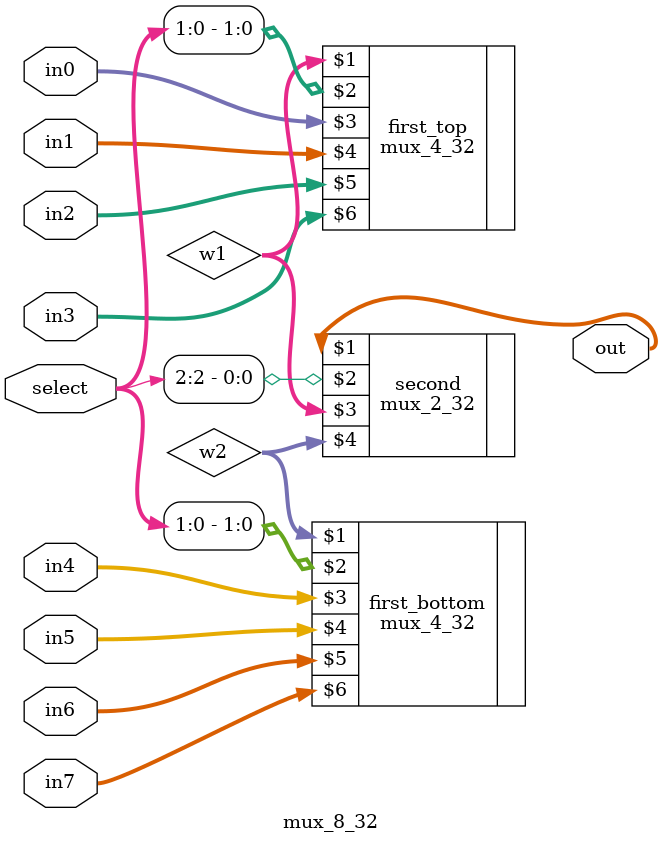
<source format=v>
module mux_8_32(out,select,in0,in1,in2,in3,in4,in5,in6,in7);
    input [2:0] select;
    input [31:0] in0, in1, in2, in3, in4, in5, in6, in7;
    output [31:0] out;
    wire [31:0] w1,w2;

    mux_4_32 first_top(w1,select[1:0],in0,in1,in2,in3);
    mux_4_32 first_bottom(w2,select[1:0],in4,in5,in6,in7);
    mux_2_32 second(out,select[2],w1,w2);

endmodule
</source>
